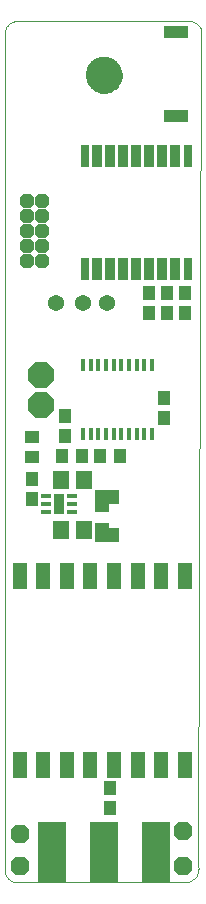
<source format=gts>
G75*
%MOIN*%
%OFA0B0*%
%FSLAX24Y24*%
%IPPOS*%
%LPD*%
%AMOC8*
5,1,8,0,0,1.08239X$1,22.5*
%
%ADD10C,0.0000*%
%ADD11C,0.1221*%
%ADD12R,0.0160X0.0430*%
%ADD13R,0.0355X0.0749*%
%ADD14R,0.0316X0.0749*%
%ADD15R,0.0827X0.0434*%
%ADD16R,0.0940X0.2040*%
%ADD17OC8,0.0476*%
%ADD18R,0.0460X0.0900*%
%ADD19R,0.0355X0.0670*%
%ADD20R,0.0355X0.0178*%
%ADD21R,0.0512X0.0355*%
%ADD22R,0.0434X0.0473*%
%ADD23R,0.0473X0.0434*%
%ADD24R,0.0552X0.0631*%
%ADD25C,0.0540*%
%ADD26R,0.0827X0.0512*%
%ADD27OC8,0.0890*%
%ADD28OC8,0.0631*%
D10*
X000950Y004251D02*
X000950Y032151D01*
X000952Y032190D01*
X000958Y032229D01*
X000967Y032267D01*
X000980Y032304D01*
X000997Y032340D01*
X001017Y032373D01*
X001041Y032405D01*
X001067Y032434D01*
X001096Y032460D01*
X001128Y032484D01*
X001161Y032504D01*
X001197Y032521D01*
X001234Y032534D01*
X001272Y032543D01*
X001311Y032549D01*
X001350Y032551D01*
X007100Y032551D01*
X007139Y032549D01*
X007178Y032543D01*
X007216Y032534D01*
X007253Y032521D01*
X007289Y032504D01*
X007322Y032484D01*
X007354Y032460D01*
X007383Y032434D01*
X007409Y032405D01*
X007433Y032373D01*
X007453Y032340D01*
X007470Y032304D01*
X007483Y032267D01*
X007492Y032229D01*
X007498Y032190D01*
X007500Y032151D01*
X007400Y004351D01*
X007403Y004309D01*
X007402Y004267D01*
X007397Y004226D01*
X007388Y004185D01*
X007375Y004145D01*
X007359Y004107D01*
X007339Y004070D01*
X007316Y004035D01*
X007290Y004002D01*
X007261Y003972D01*
X007230Y003945D01*
X007195Y003920D01*
X007159Y003899D01*
X007121Y003882D01*
X007082Y003868D01*
X007041Y003857D01*
X007000Y003851D01*
X001350Y003851D01*
X001311Y003853D01*
X001272Y003859D01*
X001234Y003868D01*
X001197Y003881D01*
X001161Y003898D01*
X001128Y003918D01*
X001096Y003942D01*
X001067Y003968D01*
X001041Y003997D01*
X001017Y004029D01*
X000997Y004062D01*
X000980Y004098D01*
X000967Y004135D01*
X000958Y004173D01*
X000952Y004212D01*
X000950Y004251D01*
X002050Y003851D02*
X006450Y003851D01*
X003659Y030751D02*
X003661Y030799D01*
X003667Y030847D01*
X003677Y030894D01*
X003690Y030940D01*
X003708Y030985D01*
X003728Y031029D01*
X003753Y031071D01*
X003781Y031110D01*
X003811Y031147D01*
X003845Y031181D01*
X003882Y031213D01*
X003920Y031242D01*
X003961Y031267D01*
X004004Y031289D01*
X004049Y031307D01*
X004095Y031321D01*
X004142Y031332D01*
X004190Y031339D01*
X004238Y031342D01*
X004286Y031341D01*
X004334Y031336D01*
X004382Y031327D01*
X004428Y031315D01*
X004473Y031298D01*
X004517Y031278D01*
X004559Y031255D01*
X004599Y031228D01*
X004637Y031198D01*
X004672Y031165D01*
X004704Y031129D01*
X004734Y031091D01*
X004760Y031050D01*
X004782Y031007D01*
X004802Y030963D01*
X004817Y030918D01*
X004829Y030871D01*
X004837Y030823D01*
X004841Y030775D01*
X004841Y030727D01*
X004837Y030679D01*
X004829Y030631D01*
X004817Y030584D01*
X004802Y030539D01*
X004782Y030495D01*
X004760Y030452D01*
X004734Y030411D01*
X004704Y030373D01*
X004672Y030337D01*
X004637Y030304D01*
X004599Y030274D01*
X004559Y030247D01*
X004517Y030224D01*
X004473Y030204D01*
X004428Y030187D01*
X004382Y030175D01*
X004334Y030166D01*
X004286Y030161D01*
X004238Y030160D01*
X004190Y030163D01*
X004142Y030170D01*
X004095Y030181D01*
X004049Y030195D01*
X004004Y030213D01*
X003961Y030235D01*
X003920Y030260D01*
X003882Y030289D01*
X003845Y030321D01*
X003811Y030355D01*
X003781Y030392D01*
X003753Y030431D01*
X003728Y030473D01*
X003708Y030517D01*
X003690Y030562D01*
X003677Y030608D01*
X003667Y030655D01*
X003661Y030703D01*
X003659Y030751D01*
D11*
X004250Y030751D03*
D12*
X004316Y021099D03*
X004060Y021099D03*
X003804Y021099D03*
X003548Y021099D03*
X003548Y018802D03*
X003804Y018802D03*
X004060Y018802D03*
X004316Y018802D03*
X004572Y018802D03*
X004828Y018802D03*
X005084Y018802D03*
X005340Y018802D03*
X005596Y018802D03*
X005852Y018802D03*
X005852Y021099D03*
X005596Y021099D03*
X005340Y021099D03*
X005084Y021099D03*
X004828Y021099D03*
X004572Y021099D03*
D13*
X004464Y024302D03*
X004031Y024302D03*
X004897Y024302D03*
X005330Y024302D03*
X005763Y024302D03*
X006196Y024302D03*
X006630Y024302D03*
X006630Y028042D03*
X006196Y028042D03*
X005763Y028042D03*
X005330Y028042D03*
X004897Y028042D03*
X004464Y028042D03*
X004031Y028042D03*
D14*
X003618Y028042D03*
X003618Y024302D03*
X007043Y024302D03*
X007043Y028042D03*
D15*
X006650Y029401D03*
X006650Y032196D03*
D16*
X005990Y004861D03*
X004250Y004861D03*
X002510Y004861D03*
D17*
X002200Y024551D03*
X002200Y025051D03*
X002200Y025551D03*
X002200Y026051D03*
X002200Y026551D03*
X001700Y026551D03*
X001700Y026051D03*
X001700Y025551D03*
X001700Y025051D03*
X001700Y024551D03*
D18*
X001438Y014051D03*
X002226Y014051D03*
X003013Y014051D03*
X003800Y014051D03*
X004588Y014051D03*
X005375Y014051D03*
X006163Y014051D03*
X006950Y014051D03*
X006950Y007751D03*
X006163Y007751D03*
X005375Y007751D03*
X004588Y007751D03*
X003800Y007751D03*
X003013Y007751D03*
X002226Y007751D03*
X001438Y007751D03*
D19*
X002750Y016451D03*
D20*
X002317Y016451D03*
X002317Y016707D03*
X002317Y016195D03*
X003183Y016195D03*
X003183Y016451D03*
X003183Y016707D03*
D21*
X004200Y016355D03*
X004200Y015646D03*
D22*
X004115Y018051D03*
X003535Y018051D03*
X002950Y018716D03*
X002950Y019385D03*
X002865Y018051D03*
X001850Y017285D03*
X001850Y016616D03*
X004450Y006985D03*
X004450Y006316D03*
X004785Y018051D03*
X005750Y022816D03*
X005750Y023485D03*
X006350Y023485D03*
X006350Y022816D03*
X006950Y022816D03*
X006950Y023485D03*
X006250Y019985D03*
X006250Y019316D03*
D23*
X001850Y018685D03*
X001850Y018016D03*
D24*
X002826Y017251D03*
X002826Y015601D03*
X003574Y015601D03*
X003574Y017251D03*
D25*
X003550Y023151D03*
X004350Y023151D03*
X002650Y023151D03*
D26*
X004350Y016681D03*
X004350Y015421D03*
D27*
X002150Y019751D03*
X002150Y020751D03*
D28*
X001450Y005451D03*
X001450Y004401D03*
X006900Y004401D03*
X006900Y005551D03*
M02*

</source>
